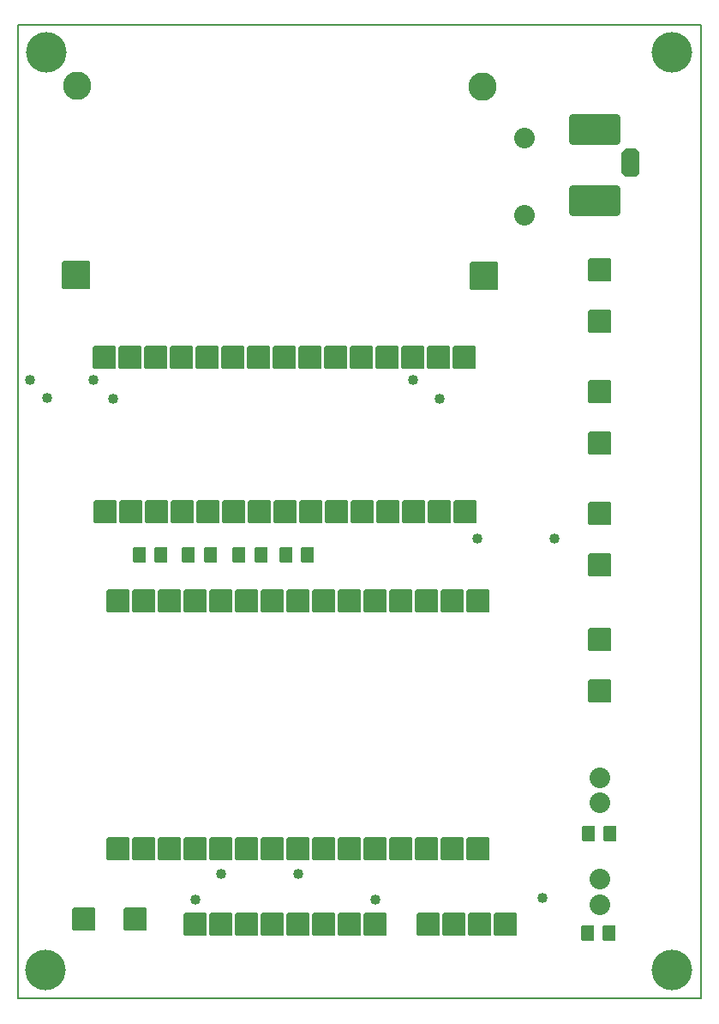
<source format=gbr>
G04 PROTEUS GERBER X2 FILE*
%TF.GenerationSoftware,Labcenter,Proteus,8.6-SP2-Build23525*%
%TF.CreationDate,2019-05-23T03:36:02+00:00*%
%TF.FileFunction,Soldermask,Top*%
%TF.FilePolarity,Negative*%
%TF.Part,Single*%
%FSLAX45Y45*%
%MOMM*%
G01*
%TA.AperFunction,Material*%
%ADD23C,1.016000*%
%AMPPAD016*
4,1,36,
-1.016000,1.143000,
1.016000,1.143000,
1.041970,1.140470,
1.065980,1.133200,
1.087580,1.121650,
1.106290,1.106290,
1.121650,1.087570,
1.133200,1.065980,
1.140470,1.041970,
1.143000,1.016000,
1.143000,-1.016000,
1.140470,-1.041970,
1.133200,-1.065980,
1.121650,-1.087570,
1.106290,-1.106290,
1.087580,-1.121650,
1.065980,-1.133200,
1.041970,-1.140470,
1.016000,-1.143000,
-1.016000,-1.143000,
-1.041970,-1.140470,
-1.065980,-1.133200,
-1.087580,-1.121650,
-1.106290,-1.106290,
-1.121650,-1.087570,
-1.133200,-1.065980,
-1.140470,-1.041970,
-1.143000,-1.016000,
-1.143000,1.016000,
-1.140470,1.041970,
-1.133200,1.065980,
-1.121650,1.087570,
-1.106290,1.106290,
-1.087580,1.121650,
-1.065980,1.133200,
-1.041970,1.140470,
-1.016000,1.143000,
0*%
%TA.AperFunction,Material*%
%ADD24PPAD016*%
%AMPPAD017*
4,1,36,
1.270000,-1.397000,
-1.270000,-1.397000,
-1.295970,-1.394470,
-1.319980,-1.387200,
-1.341580,-1.375650,
-1.360290,-1.360290,
-1.375650,-1.341570,
-1.387200,-1.319980,
-1.394470,-1.295970,
-1.397000,-1.270000,
-1.397000,1.270000,
-1.394470,1.295970,
-1.387200,1.319980,
-1.375650,1.341570,
-1.360290,1.360290,
-1.341580,1.375650,
-1.319980,1.387200,
-1.295970,1.394470,
-1.270000,1.397000,
1.270000,1.397000,
1.295970,1.394470,
1.319980,1.387200,
1.341580,1.375650,
1.360290,1.360290,
1.375650,1.341570,
1.387200,1.319980,
1.394470,1.295970,
1.397000,1.270000,
1.397000,-1.270000,
1.394470,-1.295970,
1.387200,-1.319980,
1.375650,-1.341570,
1.360290,-1.360290,
1.341580,-1.375650,
1.319980,-1.387200,
1.295970,-1.394470,
1.270000,-1.397000,
0*%
%TA.AperFunction,Material*%
%ADD25PPAD017*%
%ADD26C,2.794000*%
%AMPPAD019*
4,1,36,
-2.540000,-1.092200,
-2.540000,1.092200,
-2.531410,1.180490,
-2.506690,1.262130,
-2.467420,1.335560,
-2.415180,1.399180,
-2.351560,1.451420,
-2.278130,1.490690,
-2.196490,1.515410,
-2.108200,1.524000,
2.108200,1.524000,
2.196490,1.515410,
2.278130,1.490690,
2.351560,1.451420,
2.415180,1.399180,
2.467420,1.335560,
2.506690,1.262130,
2.531410,1.180490,
2.540000,1.092200,
2.540000,-1.092200,
2.531410,-1.180490,
2.506690,-1.262130,
2.467420,-1.335560,
2.415180,-1.399180,
2.351560,-1.451420,
2.278130,-1.490690,
2.196490,-1.515410,
2.108200,-1.524000,
-2.108200,-1.524000,
-2.196490,-1.515410,
-2.278130,-1.490690,
-2.351560,-1.451420,
-2.415180,-1.399180,
-2.467420,-1.335560,
-2.506690,-1.262130,
-2.531410,-1.180490,
-2.540000,-1.092200,
0*%
%TA.AperFunction,Material*%
%ADD27PPAD019*%
%AMPPAD020*
4,1,8,
0.509800,-1.397000,
-0.509800,-1.397000,
-0.889000,-1.017800,
-0.889000,1.017800,
-0.509800,1.397000,
0.509800,1.397000,
0.889000,1.017800,
0.889000,-1.017800,
0.509800,-1.397000,
0*%
%ADD28PPAD020*%
%AMPPAD021*
4,1,36,
-1.143000,-1.016000,
-1.143000,1.016000,
-1.140470,1.041970,
-1.133200,1.065980,
-1.121650,1.087580,
-1.106290,1.106290,
-1.087570,1.121650,
-1.065980,1.133200,
-1.041970,1.140470,
-1.016000,1.143000,
1.016000,1.143000,
1.041970,1.140470,
1.065980,1.133200,
1.087570,1.121650,
1.106290,1.106290,
1.121650,1.087580,
1.133200,1.065980,
1.140470,1.041970,
1.143000,1.016000,
1.143000,-1.016000,
1.140470,-1.041970,
1.133200,-1.065980,
1.121650,-1.087580,
1.106290,-1.106290,
1.087570,-1.121650,
1.065980,-1.133200,
1.041970,-1.140470,
1.016000,-1.143000,
-1.016000,-1.143000,
-1.041970,-1.140470,
-1.065980,-1.133200,
-1.087570,-1.121650,
-1.106290,-1.106290,
-1.121650,-1.087580,
-1.133200,-1.065980,
-1.140470,-1.041970,
-1.143000,-1.016000,
0*%
%TA.AperFunction,Material*%
%ADD29PPAD021*%
%ADD72C,2.032000*%
%AMPPAD023*
4,1,36,
0.508000,-0.762000,
-0.508000,-0.762000,
-0.533970,-0.759470,
-0.557980,-0.752200,
-0.579580,-0.740650,
-0.598290,-0.725290,
-0.613650,-0.706570,
-0.625200,-0.684980,
-0.632470,-0.660970,
-0.635000,-0.635000,
-0.635000,0.635000,
-0.632470,0.660970,
-0.625200,0.684980,
-0.613650,0.706570,
-0.598290,0.725290,
-0.579580,0.740650,
-0.557980,0.752200,
-0.533970,0.759470,
-0.508000,0.762000,
0.508000,0.762000,
0.533970,0.759470,
0.557980,0.752200,
0.579580,0.740650,
0.598290,0.725290,
0.613650,0.706570,
0.625200,0.684980,
0.632470,0.660970,
0.635000,0.635000,
0.635000,-0.635000,
0.632470,-0.660970,
0.625200,-0.684980,
0.613650,-0.706570,
0.598290,-0.725290,
0.579580,-0.740650,
0.557980,-0.752200,
0.533970,-0.759470,
0.508000,-0.762000,
0*%
%ADD73PPAD023*%
%TA.AperFunction,Material*%
%ADD30C,4.000000*%
%TA.AperFunction,Profile*%
%ADD20C,0.203200*%
%TD.AperFunction*%
D23*
X-8396000Y-2200000D03*
X-7636000Y-2200000D03*
X-8650000Y-2450000D03*
X-6874000Y-2450000D03*
X-10280000Y+2680000D03*
X-9660000Y+2680000D03*
X-6500000Y+2680000D03*
X-10110000Y+2500000D03*
X-9460000Y+2490000D03*
X-6238000Y+2490000D03*
X-5100000Y+1110000D03*
X-5860000Y+1110000D03*
X-5220000Y-2440000D03*
D24*
X-9540000Y+1370000D03*
X-9286000Y+1370000D03*
X-9032000Y+1370000D03*
X-8778000Y+1370000D03*
X-8524000Y+1370000D03*
X-8270000Y+1370000D03*
X-8016000Y+1370000D03*
X-7762000Y+1370000D03*
X-7508000Y+1370000D03*
X-7254000Y+1370000D03*
X-7000000Y+1370000D03*
X-6746000Y+1370000D03*
X-6492000Y+1370000D03*
X-6238000Y+1370000D03*
X-5984000Y+1370000D03*
X-5994000Y+2900000D03*
X-6248000Y+2900000D03*
X-6502000Y+2900000D03*
X-6756000Y+2900000D03*
X-7010000Y+2900000D03*
X-7264000Y+2900000D03*
X-7518000Y+2900000D03*
X-7772000Y+2900000D03*
X-8026000Y+2900000D03*
X-8280000Y+2900000D03*
X-8534000Y+2900000D03*
X-8788000Y+2900000D03*
X-9042000Y+2900000D03*
X-9296000Y+2900000D03*
X-9550000Y+2900000D03*
X-9414000Y-1950000D03*
X-9160000Y-1950000D03*
X-8906000Y-1950000D03*
X-8652000Y-1950000D03*
X-8398000Y-1950000D03*
X-8144000Y-1950000D03*
X-7890000Y-1950000D03*
X-7636000Y-1950000D03*
X-7382000Y-1950000D03*
X-7128000Y-1950000D03*
X-6874000Y-1950000D03*
X-6620000Y-1950000D03*
X-6366000Y-1950000D03*
X-6112000Y-1950000D03*
X-5858000Y-1950000D03*
X-5858000Y+490000D03*
X-6112000Y+490000D03*
X-6366000Y+490000D03*
X-6620000Y+490000D03*
X-6874000Y+490000D03*
X-7128000Y+490000D03*
X-7382000Y+490000D03*
X-7636000Y+490000D03*
X-7890000Y+490000D03*
X-8144000Y+490000D03*
X-8398000Y+490000D03*
X-8652000Y+490000D03*
X-8906000Y+490000D03*
X-9160000Y+490000D03*
X-9414000Y+490000D03*
D25*
X-5800000Y+3700000D03*
D26*
X-5810000Y+5570000D03*
D25*
X-9830000Y+3710000D03*
D26*
X-9820000Y+5580000D03*
D27*
X-4700000Y+4450000D03*
X-4700000Y+5150000D03*
D28*
X-4350000Y+4820000D03*
D29*
X-4650000Y+3250000D03*
X-4650000Y+3758000D03*
X-4650000Y+2050000D03*
X-4650000Y+2558000D03*
X-4650000Y+850000D03*
X-4650000Y+1358000D03*
X-4650000Y-400000D03*
X-4650000Y+108000D03*
D24*
X-8650000Y-2700000D03*
X-8396000Y-2700000D03*
X-8142000Y-2700000D03*
X-7888000Y-2700000D03*
X-7634000Y-2700000D03*
X-7380000Y-2700000D03*
X-7126000Y-2700000D03*
X-6872000Y-2700000D03*
D72*
X-5400000Y+5062000D03*
X-5400000Y+4300000D03*
D24*
X-5588000Y-2700000D03*
X-5842000Y-2700000D03*
X-6096000Y-2700000D03*
X-6350000Y-2700000D03*
X-9750000Y-2650000D03*
X-9242000Y-2650000D03*
D72*
X-4650000Y-1500000D03*
X-4650000Y-1250000D03*
X-4650000Y-2500000D03*
X-4650000Y-2250000D03*
D73*
X-8986640Y+950000D03*
X-9200000Y+950000D03*
X-8500000Y+950000D03*
X-8713360Y+950000D03*
X-8000000Y+950000D03*
X-8213360Y+950000D03*
X-7750000Y+950000D03*
X-7536640Y+950000D03*
X-4550000Y-1800000D03*
X-4763360Y-1800000D03*
X-4560000Y-2780000D03*
X-4773360Y-2780000D03*
D30*
X-10120000Y+5910000D03*
X-3940000Y+5910000D03*
X-10130000Y-3150000D03*
X-3940000Y-3150000D03*
D20*
X-10400000Y-3430000D02*
X-3650000Y-3430000D01*
X-3650000Y+6180000D01*
X-10400000Y+6180000D01*
X-10400000Y-3430000D01*
M02*

</source>
